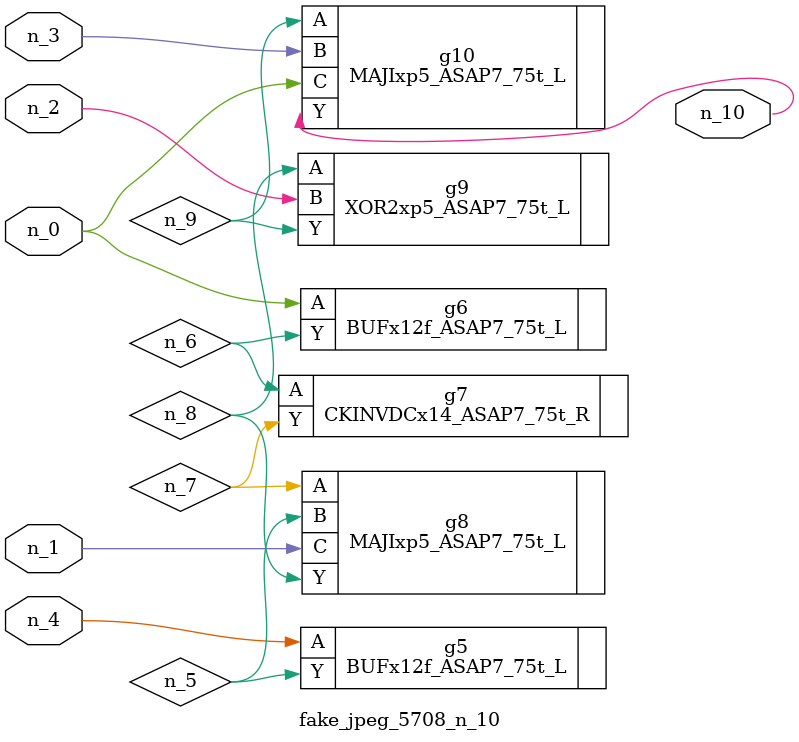
<source format=v>
module fake_jpeg_5708_n_10 (n_3, n_2, n_1, n_0, n_4, n_10);

input n_3;
input n_2;
input n_1;
input n_0;
input n_4;

output n_10;

wire n_8;
wire n_9;
wire n_6;
wire n_5;
wire n_7;

BUFx12f_ASAP7_75t_L g5 ( 
.A(n_4),
.Y(n_5)
);

BUFx12f_ASAP7_75t_L g6 ( 
.A(n_0),
.Y(n_6)
);

CKINVDCx14_ASAP7_75t_R g7 ( 
.A(n_6),
.Y(n_7)
);

MAJIxp5_ASAP7_75t_L g8 ( 
.A(n_7),
.B(n_5),
.C(n_1),
.Y(n_8)
);

XOR2xp5_ASAP7_75t_L g9 ( 
.A(n_8),
.B(n_2),
.Y(n_9)
);

MAJIxp5_ASAP7_75t_L g10 ( 
.A(n_9),
.B(n_3),
.C(n_0),
.Y(n_10)
);


endmodule
</source>
